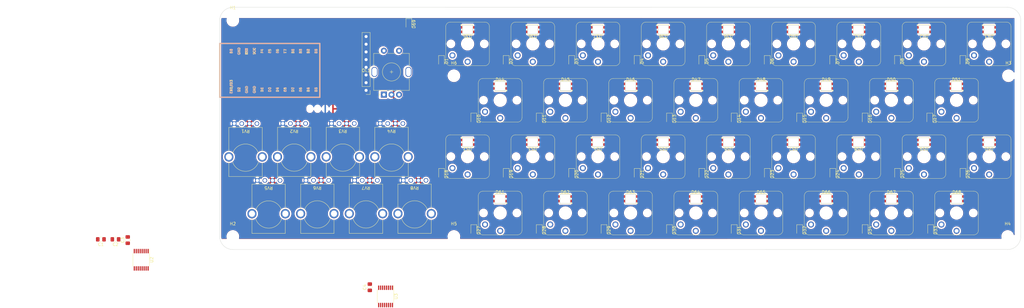
<source format=kicad_pcb>
(kicad_pcb (version 20211014) (generator pcbnew)
  (layers (0 "F.Cu" signal) (31 "B.Cu" signal) (34 "B.Paste" user) (35 "F.Paste" user) (36 "B.SilkS" user "B.Silkscreen") (37 "F.SilkS" user "F.Silkscreen") (38 "B.Mask" user) (39 "F.Mask" user) (44 "Edge.Cuts" user))
  (net 0 "")
  (net 1 "Net-(D1-Pad1)")
  (net 2 "Row 1")
  (net 3 "Net-(D2-Pad1)")
  (net 4 "Net-(D3-Pad1)")
  (net 5 "Net-(D4-Pad1)")
  (net 6 "Net-(D5-Pad1)")
  (net 7 "Net-(D6-Pad1)")
  (net 8 "Net-(D7-Pad1)")
  (net 9 "Net-(D8-Pad1)")
  (net 10 "Net-(D9-Pad1)")
  (net 11 "Row 2")
  (net 12 "Net-(D10-Pad1)")
  (net 13 "Net-(D11-Pad1)")
  (net 14 "Net-(D12-Pad1)")
  (net 15 "Net-(D13-Pad1)")
  (net 16 "Net-(D14-Pad1)")
  (net 17 "Net-(D15-Pad1)")
  (net 18 "Net-(D16-Pad1)")
  (net 19 "Net-(D17-Pad1)")
  (net 20 "Net-(D18-Pad1)")
  (net 21 "Row 3")
  (net 22 "Net-(D19-Pad1)")
  (net 23 "Net-(D20-Pad1)")
  (net 24 "Net-(D21-Pad1)")
  (net 25 "Net-(D22-Pad1)")
  (net 26 "Net-(D23-Pad1)")
  (net 27 "Net-(D24-Pad1)")
  (net 28 "Net-(D25-Pad1)")
  (net 29 "Net-(D26-Pad1)")
  (net 30 "Row 4")
  (net 31 "Net-(D27-Pad1)")
  (net 32 "Net-(D28-Pad1)")
  (net 33 "Net-(D29-Pad1)")
  (net 34 "Net-(D30-Pad1)")
  (net 35 "Net-(D31-Pad1)")
  (net 36 "Net-(D32-Pad1)")
  (net 37 "Net-(D33-Pad1)")
  (net 38 "Net-(D34-Pad1)")
  (net 39 "Col 1")
  (net 40 "Col 2")
  (net 41 "Col 3")
  (net 42 "Col 4")
  (net 43 "Col 5")
  (net 44 "Col 6")
  (net 45 "Col 7")
  (net 46 "Col 8")
  (net 47 "Col 9")
  (net 50 "GND")
  (net 51 "Pot 1B")
  (net 52 "+5V")
  (net 53 "Pot 1A")
  (net 54 "Pot 2B")
  (net 55 "Pot 2A")
  (net 56 "Pot 3B")
  (net 57 "Pot 3A")
  (net 58 "Pot 4B")
  (net 59 "Pot 4A")
  (net 60 "SDA")
  (net 61 "SCL")
  (net 62 "Net-(D35-Pad2)")
  (net 63 "LED")
  (net 64 "Net-(D36-Pad2)")
  (net 65 "Net-(D37-Pad2)")
  (net 66 "Net-(D38-Pad2)")
  (net 67 "Net-(D39-Pad2)")
  (net 68 "Net-(D40-Pad2)")
  (net 69 "Net-(D41-Pad2)")
  (net 70 "Net-(D42-Pad2)")
  (net 71 "Net-(D43-Pad2)")
  (net 72 "Net-(D44-Pad2)")
  (net 73 "Net-(D44-Pad4)")
  (net 74 "Net-(D45-Pad4)")
  (net 75 "Net-(D46-Pad4)")
  (net 76 "Net-(D47-Pad4)")
  (net 77 "Net-(D48-Pad4)")
  (net 78 "Net-(D49-Pad4)")
  (net 79 "Net-(D50-Pad4)")
  (net 80 "Net-(D52-Pad2)")
  (net 81 "Net-(D53-Pad2)")
  (net 82 "Net-(D54-Pad2)")
  (net 83 "Net-(D55-Pad2)")
  (net 84 "Net-(D56-Pad2)")
  (net 85 "Net-(D57-Pad2)")
  (net 86 "Net-(D58-Pad2)")
  (net 87 "Net-(D59-Pad2)")
  (net 88 "Net-(D60-Pad2)")
  (net 90 "Net-(D61-Pad4)")
  (net 91 "Net-(D62-Pad4)")
  (net 92 "Net-(D63-Pad4)")
  (net 93 "Net-(D64-Pad4)")
  (net 94 "Net-(D65-Pad4)")
  (net 95 "Net-(D66-Pad4)")
  (net 96 "Net-(D67-Pad4)")
  (net 97 "Pot 5B")
  (net 98 "Pot 5A")
  (net 99 "Pot 6B")
  (net 100 "Pot 6A")
  (net 101 "Pot 7B")
  (net 102 "Pot 7A")
  (net 103 "Pot 8B")
  (net 104 "Pot 8A")
  (net 105 "Net-(D69-Pad1)")
  (net 106 "Enc B")
  (net 107 "Enc A")
  (footprint "Diode_SMD:D_0805_2012Metric_Pad1.15x1.40mm_HandSolder" (layer "F.Cu") (at 268.732 105.41 -90)
    (fp_text reference "D26")
    (fp_text value "D")
  )
  (footprint "Pale Slim Ghost:Kailh Choc V1" (layer "F.Cu") (at 255.862 99.610772)
    (fp_text reference "SW25" hide)
    (fp_text value "SW_Push")
  )
  (footprint "Diode_SMD:D_0805_2012Metric_Pad1.15x1.40mm_HandSolder" (layer "F.Cu") (at 204.192 68.081 -90)
    (fp_text reference "D6")
    (fp_text value "D")
  )
  (footprint "Pale Slim Ghost:Kailh Choc V1" (layer "F.Cu") (at 223.612 118.23032)
    (fp_text reference "SW32" hide)
    (fp_text value "SW_Push")
  )
  (footprint "Diode_SMD:D_0805_2012Metric_Pad1.15x1.40mm_HandSolder" (layer "F.Cu") (at 86 55.858644 -90)
    (fp_text reference "D69")
    (fp_text value "D")
  )
  (footprint "Pale Slim Ghost:SK6812MINI-E" (layer "F.Cu") (at 191.365 57.658 180)
    (fp_text reference "D39")
    (fp_text value "SK6812MINI")
    (fp_line (start -1.7 -1.5) (end 1.7 -1.5) (layer "Edge.Cuts") (width 0.12))
    (fp_line (start 1.7 -1.5) (end 1.7 1.5) (layer "Edge.Cuts") (width 0.12))
    (fp_line (start -1.7 1.5) (end -1.7 -1.5) (layer "Edge.Cuts") (width 0.12))
    (fp_line (start 1.7 1.5) (end -1.7 1.5) (layer "Edge.Cuts") (width 0.12))
  )
  (footprint "MountingHole:MountingHole_3.2mm_M3" (layer "F.Cu") (at 27.94 54.61)
    (fp_text reference "H1")
    (fp_text value "MountingHole")
  )
  (footprint "Diode_SMD:D_0805_2012Metric_Pad1.15x1.40mm_HandSolder" (layer "F.Cu") (at 225.806 105.41 -90)
    (fp_text reference "D24")
    (fp_text value "D")
  )
  (footprint "Pale Slim Ghost:SK6812MINI-E" (layer "F.Cu") (at 137.644 76.327)
    (fp_text reference "D45")
    (fp_text value "SK6812MINI")
    (fp_line (start 1.7 -1.5) (end 1.7 1.5) (layer "Edge.Cuts") (width 0.12))
    (fp_line (start -1.7 1.5) (end -1.7 -1.5) (layer "Edge.Cuts") (width 0.12))
    (fp_line (start 1.7 1.5) (end -1.7 1.5) (layer "Edge.Cuts") (width 0.12))
    (fp_line (start -1.7 -1.5) (end 1.7 -1.5) (layer "Edge.Cuts") (width 0.12))
  )
  (footprint "Diode_SMD:D_0805_2012Metric_Pad1.15x1.40mm_HandSolder" (layer "F.Cu") (at 150.344 123.952 -90)
    (fp_text reference "D29")
    (fp_text value "D")
  )
  (footprint "Pale Slim Ghost:SK6812MINI-E" (layer "F.Cu") (at 159.107 76.327)
    (fp_text reference "D46")
    (fp_text value "SK6812MINI")
    (fp_line (start 1.7 -1.5) (end 1.7 1.5) (layer "Edge.Cuts") (width 0.12))
    (fp_line (start -1.7 1.5) (end -1.7 -1.5) (layer "Edge.Cuts") (width 0.12))
    (fp_line (start -1.7 -1.5) (end 1.7 -1.5) (layer "Edge.Cuts") (width 0.12))
    (fp_line (start 1.7 1.5) (end -1.7 1.5) (layer "Edge.Cuts") (width 0.12))
  )
  (footprint "Pale Slim Ghost:Kailh Choc V1" (layer "F.Cu") (at 126.862 62.371676)
    (fp_text reference "SW2" hide)
    (fp_text value "SW_Push")
  )
  (footprint "Pale Slim Ghost:Kailh Choc V1" (layer "F.Cu") (at 159.112 118.23032)
    (fp_text reference "SW29" hide)
    (fp_text value "SW_Push")
  )
  (footprint "Package_SO:TSSOP-16_4.4x5mm_P0.65mm" (layer "F.Cu") (at -2.275 133.680852 -90)
    (fp_text reference "U2")
    (fp_text value "ADS7828")
  )
  (footprint "Pale Slim Ghost:SK6812MINI-E" (layer "F.Cu") (at 255.881 94.869 180)
    (fp_text reference "D59")
    (fp_text value "SK6812MINI")
    (fp_line (start -1.7 1.5) (end -1.7 -1.5) (layer "Edge.Cuts") (width 0.12))
    (fp_line (start 1.7 -1.5) (end 1.7 1.5) (layer "Edge.Cuts") (width 0.12))
    (fp_line (start -1.7 -1.5) (end 1.7 -1.5) (layer "Edge.Cuts") (width 0.12))
    (fp_line (start 1.7 1.5) (end -1.7 1.5) (layer "Edge.Cuts") (width 0.12))
  )
  (footprint "MountingHole:MountingHole_3.2mm_M3" (layer "F.Cu") (at 100.838 125.984)
    (fp_text reference "H5")
    (fp_text value "MountingHole")
  )
  (footprint "Diode_SMD:D_0805_2012Metric_Pad1.15x1.40mm_HandSolder" (layer "F.Cu") (at 118.11 105.41 -90)
    (fp_text reference "D19")
    (fp_text value "D")
  )
  (footprint "Pale Slim Ghost:SK6812MINI-E" (layer "F.Cu") (at 105.386 94.869 180)
    (fp_text reference "D52")
    (fp_text value "SK6812MINI")
    (fp_line (start -1.7 -1.5) (end 1.7 -1.5) (layer "Edge.Cuts") (width 0.12))
    (fp_line (start 1.7 -1.5) (end 1.7 1.5) (layer "Edge.Cuts") (width 0.12))
    (fp_line (start -1.7 1.5) (end -1.7 -1.5) (layer "Edge.Cuts") (width 0.12))
    (fp_line (start 1.7 1.5) (end -1.7 1.5) (layer "Edge.Cuts") (width 0.12))
  )
  (footprint "Diode_SMD:D_0805_2012Metric_Pad1.15x1.40mm_HandSolder" (layer "F.Cu") (at 214.86 123.952 -90)
    (fp_text reference "D32")
    (fp_text value "D")
  )
  (footprint "MountingHole:MountingHole_3.2mm_M3" (layer "F.Cu") (at 100.838 72.898)
    (fp_text reference "H6")
    (fp_text value "MountingHole")
  )
  (footprint "Pale Slim Ghost:Kailh Choc V1" (layer "F.Cu") (at 105.362 62.371676)
    (fp_text reference "SW1" hide)
    (fp_text value "SW_Push")
  )
  (footprint "Pale Slim Ghost:Kailh Choc V1" (layer "F.Cu") (at 191.362 99.610772)
    (fp_text reference "SW22" hide)
    (fp_text value "SW_Push")
  )
  (footprint "Pale Slim Ghost:SK6812MINI-E" (layer "F.Cu") (at 180.57 113.538)
    (fp_text reference "D64")
    (fp_text value "SK6812MINI")
    (fp_line (start -1.7 1.5) (end -1.7 -1.5) (layer "Edge.Cuts") (width 0.12))
    (fp_line (start -1.7 -1.5) (end 1.7 -1.5) (layer "Edge.Cuts") (width 0.12))
    (fp_line (start 1.7 1.5) (end -1.7 1.5) (layer "Edge.Cuts") (width 0.12))
    (fp_line (start 1.7 -1.5) (end 1.7 1.5) (layer "Edge.Cuts") (width 0.12))
  )
  (footprint "Pale Slim Ghost:Alpha RV112FF" (layer "F.Cu") (at 71.843 109.449 180)
    (fp_text reference "RV7")
    (fp_text value "R_Potentiometer_Endless")
  )
  (footprint "Pale Slim Ghost:Kailh Choc V1" (layer "F.Cu") (at 234.362 62.371676)
    (fp_text reference "SW7" hide)
    (fp_text value "SW_Push")
  )
  (footprint "Pale Slim Ghost:SK6812MINI-E" (layer "F.Cu") (at 169.902 57.658 180)
    (fp_text reference "D38")
    (fp_text value "SK6812MINI")
    (fp_line (start 1.7 1.5) (end -1.7 1.5) (layer "Edge.Cuts") (width 0.12))
    (fp_line (start 1.7 -1.5) (end 1.7 1.5) (layer "Edge.Cuts") (width 0.12))
    (fp_line (start -1.7 -1.5) (end 1.7 -1.5) (layer "Edge.Cuts") (width 0.12))
    (fp_line (start -1.7 1.5) (end -1.7 -1.5) (layer "Edge.Cuts") (width 0.12))
  )
  (footprint "Pale Slim Ghost:SK6812MINI-E" (layer "F.Cu") (at 234.291 57.658 180)
    (fp_text reference "D41")
    (fp_text value "SK6812MINI")
    (fp_line (start -1.7 1.5) (end -1.7 -1.5) (layer "Edge.Cuts") (width 0.12))
    (fp_line (start 1.7 1.5) (end -1.7 1.5) (layer "Edge.Cuts") (width 0.12))
    (fp_line (start -1.7 -1.5) (end 1.7 -1.5) (layer "Edge.Cuts") (width 0.12))
    (fp_line (start 1.7 -1.5) (end 1.7 1.5) (layer "Edge.Cuts") (width 0.12))
  )
  (footprint "Diode_SMD:D_0805_2012Metric_Pad1.15x1.40mm_HandSolder" (layer "F.Cu") (at 236.45 123.952 -90)
    (fp_text reference "D34")
    (fp_text value "D")
  )
  (footprint "Pale Slim Ghost:SK6812MINI-E" (layer "F.Cu") (at 212.828 94.869 180)
    (fp_text reference "D57")
    (fp_text value "SK6812MINI")
    (fp_line (start -1.7 -1.5) (end 1.7 -1.5) (layer "Edge.Cuts") (width 0.12))
    (fp_line (start 1.7 1.5) (end -1.7 1.5) (layer "Edge.Cuts") (width 0.12))
    (fp_line (start -1.7 1.5) (end -1.7 -1.5) (layer "Edge.Cuts") (width 0.12))
    (fp_line (start 1.7 -1.5) (end 1.7 1.5) (layer "Edge.Cuts") (width 0.12))
  )
  (footprint "Pale Slim Ghost:SK6812MINI-E" (layer "F.Cu") (at 180.697 76.327)
    (fp_text reference "D47")
    (fp_text value "SK6812MINI")
    (fp_line (start 1.7 1.5) (end -1.7 1.5) (layer "Edge.Cuts") (width 0.12))
    (fp_line (start -1.7 -1.5) (end 1.7 -1.5) (layer "Edge.Cuts") (width 0.12))
    (fp_line (start -1.7 1.5) (end -1.7 -1.5) (layer "Edge.Cuts") (width 0.12))
    (fp_line (start 1.7 -1.5) (end 1.7 1.5) (layer "Edge.Cuts") (width 0.12))
  )
  (footprint "Diode_SMD:D_0805_2012Metric_Pad1.15x1.40mm_HandSolder" (layer "F.Cu") (at 258.04 123.952 -90)
    (fp_text reference "D33")
    (fp_text value "D")
  )
  (footprint "Pale Slim Ghost:Alpha RV112FF" (layer "F.Cu") (at 64.223 90.678 180)
    (fp_text reference "RV3")
    (fp_text value "R_Potentiometer_Endless")
  )
  (footprint "Diode_SMD:D_0805_2012Metric_Pad1.15x1.40mm_HandSolder" (layer "F.Cu") (at 161.266 68.081 -90)
    (fp_text reference "D4")
    (fp_text value "D")
  )
  (footprint "Pale Slim Ghost:SK6812MINI-E" (layer "F.Cu") (at 191.365 94.869 180)
    (fp_text reference "D56")
    (fp_text value "SK6812MINI")
    (fp_line (start 1.7 1.5) (end -1.7 1.5) (layer "Edge.Cuts") (width 0.12))
    (fp_line (start 1.7 -1.5) (end 1.7 1.5) (layer "Edge.Cuts") (width 0.12))
    (fp_line (start -1.7 -1.5) (end 1.7 -1.5) (layer "Edge.Cuts") (width 0.12))
    (fp_line (start -1.7 1.5) (end -1.7 -1.5) (layer "Edge.Cuts") (width 0.12))
  )
  (footprint "Pale Slim Ghost:SK6812MINI-E" (layer "F.Cu") (at 277.344 94.869 180)
    (fp_text reference "D60")
    (fp_text value "SK6812MINI")
    (fp_line (start 1.7 -1.5) (end 1.7 1.5) (layer "Edge.Cuts") (width 0.12))
    (fp_line (start -1.7 1.5) (end -1.7 -1.5) (layer "Edge.Cuts") (width 0.12))
    (fp_line (start -1.7 -1.5) (end 1.7 -1.5) (layer "Edge.Cuts") (width 0.12))
    (fp_line (start 1.7 1.5) (end -1.7 1.5) (layer "Edge.Cuts") (width 0.12))
  )
  (footprint "Pale Slim Ghost:Kailh Choc V1" (layer "F.Cu") (at 212.862 99.610772)
    (fp_text reference "SW23" hide)
    (fp_text value "SW_Push")
  )
  (footprint "Pale Slim Ghost:Kailh Choc V1" (layer "F.Cu") (at 169.862 62.371676)
    (fp_text reference "SW4" hide)
    (fp_text value "SW_Push")
  )
  (footprint "Pale Slim Ghost:Kailh Choc V1" (layer "F.Cu") (at 277.362 62.371676)
    (fp_text reference "SW9" hide)
    (fp_text value "SW_Push")
  )
  (footprint "Pale Slim Ghost:SK6812MINI-E" (layer "F.Cu") (at 148.312 94.869 180)
    (fp_text reference "D54")
    (fp_text value "SK6812MINI")
    (fp_line (start 1.7 1.5) (end -1.7 1.5) (layer "Edge.Cuts") (width 0.12))
    (fp_line (start -1.7 -1.5) (end 1.7 -1.5) (layer "Edge.Cuts") (width 0.12))
    (fp_line (start -1.7 1.5) (end -1.7 -1.5) (layer "Edge.Cuts") (width 0.12))
    (fp_line (start 1.7 -1.5) (end 1.7 1.5) (layer "Edge.Cuts") (width 0.12))
  )
  (footprint "Pale Slim Ghost:Kailh Choc V1" (layer "F.Cu") (at 137.612 118.23032)
    (fp_text reference "SW28" hide)
    (fp_text value "SW_Push")
  )
  (footprint "Pale Slim Ghost:SK6812MINI-E" (layer "F.Cu") (at 126.849 94.869 180)
    (fp_text reference "D53")
    (fp_text value "SK6812MINI")
    (fp_line (start -1.7 -1.5) (end 1.7 -1.5) (layer "Edge.Cuts") (width 0.12))
    (fp_line (start -1.7 1.5) (end -1.7 -1.5) (layer "Edge.Cuts") (width 0.12))
    (fp_line (start 1.7 1.5) (end -1.7 1.5) (layer "Edge.Cuts") (width 0.12))
    (fp_line (start 1.7 -1.5) (end 1.7 1.5) (layer "Edge.Cuts") (width 0.12))
  )
  (footprint "Pale Slim Ghost:Alpha RV112FF" (layer "F.Cu") (at 32.133 90.703 180)
    (fp_text reference "RV1")
    (fp_text value "R_Potentiometer_Endless")
  )
  (footprint "Pale Slim Ghost:SK6812MINI-E" (layer "F.Cu") (at 234.291 94.869 180)
    (fp_text reference "D58")
    (fp_text value "SK6812MINI")
    (fp_line (start 1.7 -1.5) (end 1.7 1.5) (layer "Edge.Cuts") (width 0.12))
    (fp_line (start -1.7 -1.5) (end 1.7 -1.5) (layer "Edge.Cuts") (width 0.12))
    (fp_line (start 1.7 1.5) (end -1.7 1.5) (layer "Edge.Cuts") (width 0.12))
    (fp_line (start -1.7 1.5) (end -1.7 -1.5) (layer "Edge.Cuts") (width 0.12))
  )
  (footprint "Diode_SMD:D_0805_2012Metric_Pad1.15x1.40mm_HandSolder" (layer "F.Cu") (at 96.774 105.41 -90)
    (fp_text reference "D18")
    (fp_text value "D")
  )
  (footprint "Diode_SMD:D_0805_2012Metric_Pad1.15x1.40mm_HandSolder" (layer "F.Cu") (at 161.29 105.41 -90)
    (fp_text reference "D21")
    (fp_text value "D")
  )
  (footprint "Diode_SMD:D_0805_2012Metric_Pad1.15x1.40mm_HandSolder" (layer "F.Cu") (at 118.086 68.081 -90)
    (fp_text reference "D2")
    (fp_text value "D")
  )
  (footprint "Pale Slim Ghost:SK6812MINI-E" (layer "F.Cu") (at 277.344 57.658 180)
    (fp_text reference "D43")
    (fp_text value "SK6812MINI")
    (fp_line (start 1.7 1.5) (end -1.7 1.5) (layer "Edge.Cuts") (width 0.12))
    (fp_line (start -1.7 -1.5) (end 1.7 -1.5) (layer "Edge.Cuts") (width 0.12))
    (fp_line (start -1.7 1.5) (end -1.7 -1.5) (layer "Edge.Cuts") (width 0.12))
    (fp_line (start 1.7 -1.5) (end 1.7 1.5) (layer "Edge.Cuts") (width 0.12))
  )
  (footprint "Pale Slim Ghost:Kailh Choc V1" (layer "F.Cu") (at 137.612 80.991224)
    (fp_text reference "SW11" hide)
    (fp_text value "SW_Push")
  )
  (footprint "Keebio-Parts:Elite-C-castellated-24pin" (layer "F.Cu") (at 41.402 71.12)
    (fp_text reference "U1" hide)
    (fp_text value "ProMicro" hide)
  )
  (footprint "Pale Slim Ghost:SK6812MINI-E" (layer "F.Cu") (at 116.054 113.538)
    (fp_text reference "D61")
    (fp_text value "SK6812MINI")
    (fp_line (start 1.7 -1.5) (end 1.7 1.5) (layer "Edge.Cuts") (width 0.12))
    (fp_line (start -1.7 1.5) (end -1.7 -1.5) (layer "Edge.Cuts") (width 0.12))
    (fp_line (start -1.7 -1.5) (end 1.7 -1.5) (layer "Edge.Cuts") (width 0.12))
    (fp_line (start 1.7 1.5) (end -1.7 1.5) (layer "Edge.Cuts") (width 0.12))
  )
  (footprint "Pale Slim Ghost:Alpha RV112FF" (layer "F.Cu") (at 87.888 109.449 180)
    (fp_text reference "RV8")
    (fp_text value "R_Potentiometer_Endless")
  )
  (footprint "Pale Slim Ghost:Kailh Choc V1" (layer "F.Cu") (at 105.362 99.610772)
    (fp_text reference "SW18" hide)
    (fp_text value "SW_Push")
  )
  (footprint "Diode_SMD:D_0805_2012Metric_Pad1.15x1.40mm_HandSolder" (layer "F.Cu") (at 150.344 87.122 -90)
    (fp_text reference "D12")
    (fp_text value "D")
  )
  (footprint "Pale Slim Ghost:Kailh Choc V1" (layer "F.Cu") (at 169.862 99.610772)
    (fp_text reference "SW21" hide)
    (fp_text value "SW_Push")
  )
  (footprint "Pale Slim Ghost:SK6812MINI-E" (layer "F.Cu") (at 202.16 76.327)
    (fp_text reference "D48")
    (fp_text value "SK6812MINI")
    (fp_line (start -1.7 -1.5) (end 1.7 -1.5) (layer "Edge.Cuts") (width 0.12))
    (fp_line (start -1.7 1.5) (end -1.7 -1.5) (layer "Edge.Cuts") (width 0.12))
    (fp_line (start 1.7 1.5) (end -1.7 1.5) (layer "Edge.Cuts") (width 0.12))
    (fp_line (start 1.7 -1.5) (end 1.7 1.5) (layer "Edge.Cuts") (width 0.12))
  )
  (footprint "Diode_SMD:D_0805_2012Metric_Pad1.15x1.40mm_HandSolder" (layer "F.Cu") (at 236.45 87.122 -90)
    (fp_text reference "D16")
    (fp_text value "D")
  )
  (footprint "Package_SO:TSSOP-16_4.4x5mm_P0.65mm" (layer "F.Cu") (at 78.308 145.776512 -90)
    (fp_text reference "U3")
    (fp_text value "ADS7828")
  )
  (footprint "Pale Slim Ghost:Kailh Choc V1" (layer "F.Cu") (at 202.112 80.991224)
    (fp_text reference "SW14" hide)
    (fp_text value "SW_Push")
  )
  (footprint "Pale Slim Ghost:Kailh Choc V1" (layer "F.Cu") (at 266.612 80.991224)
    (fp_text reference "SW17" hide)
    (fp_text value "SW_Push")
  )
  (footprint "Pale Slim Ghost:Kailh Choc V1" (layer "F.Cu") (at 116.112 80.991224)
    (fp_text reference "SW10" hide)
    (fp_text value "SW_Push")
  )
  (footprint "Pale Slim Ghost:SK6812MINI-E" (layer "F.Cu") (at 137.517 113.538)
    (fp_text reference "D62")
    (fp_text value "SK6812MINI")
    (fp_line (start -1.7 -1.5) (end 1.7 -1.5) (layer "Edge.Cuts") (width 0.12))
    (fp_line (start -1.7 1.5) (end -1.7 -1.5) (layer "Edge.Cuts") (width 0.12))
    (fp_line (start 1.7 1.5) (end -1.7 1.5) (layer "Edge.Cuts") (width 0.12))
    (fp_line (start 1.7 -1.5) (end 1.7 1.5) (layer "Edge.Cuts") (width 0.12))
  )
  (footprint "MountingHole:MountingHole_3.2mm_M3" (layer "F.Cu") (at 283.718 72.898)
    (fp_text reference "H3")
    (fp_text value "MountingHole")
  )
  (footprint "Pale Slim Ghost:SK6812MINI-E" (layer "F.Cu") (at 223.623 76.327)
    (fp_text reference "D49")
    (fp_text value "SK6812MINI")
    (fp_line (start -1.7 -1.5) (end 1.7 -1.5) (layer "Edge.Cuts") (width 0.12))
    (fp_line (start -1.7 1.5) (end -1.7 -1.5) (layer "Edge.Cuts") (width 0.12))
    (fp_line (start 1.7 -1.5) (end 1.7 1.5) (layer "Edge.Cuts") (width 0.12))
    (fp_line (start 1.7 1.5) (end -1.7 1.5) (layer "Edge.Cuts") (width 0.12))
  )
  (footprint "Pale Slim Ghost:Kailh Choc V1" (layer "F.Cu") (at 212.862 62.371676)
    (fp_text reference "SW6" hide)
    (fp_text value "SW_Push")
  )
  (footprint "Diode_SMD:D_0805_2012Metric_Pad1.15x1.40mm_HandSolder" (layer "F.Cu") (at 247.118 68.081 -90)
    (fp_text reference "D8")
    (fp_text value "D")
  )
  (footprint "Pale Slim Ghost:Kailh Choc V1" (layer "F.Cu") (at 116.112 118.23032)
    (fp_text reference "SW27" hide)
    (fp_text value "SW_Push")
  )
  (footprint "Pale Slim Ghost:Kailh Choc V1" (layer "F.Cu") (at 255.862 62.371676)
    (fp_text reference "SW8" hide)
    (fp_text value "SW_Push")
  )
  (footprint "Pale Slim Ghost:SK6812MINI-E" (layer "F.Cu") (at 126.849 57.658 180)
    (fp_text reference "D36")
    (fp_text value "SK6812MINI")
    (fp_line (start 1.7 1.5) (end -1.7 1.5) (layer "Edge.Cuts") (width 0.12))
    (fp_line (start -1.7 1.5) (end -1.7 -1.5) (layer "Edge.Cuts") (width 0.12))
    (fp_line (start 1.7 -1.5) (end 1.7 1.5) (layer "Edge.Cuts") (width 0.12))
    (fp_line (start -1.7 -1.5) (end 1.7 -1.5) (layer "Edge.Cuts") (width 0.12))
  )
  (footprint "Diode_SMD:D_0805_2012Metric_Pad1.15x1.40mm_HandSolder" (layer "F.Cu") (at 139.7 105.41 -90)
    (fp_text reference "D20")
    (fp_text value "D")
  )
  (footprint "Diode_SMD:D_0805_2012Metric_Pad1.15x1.40mm_HandSolder" (layer "F.Cu") (at 257.786 87.122 -90)
    (fp_text reference "D17")
    (fp_text value "D")
  )
  (footprint "Pale Slim Ghost:Kailh Choc V1" (layer "F.Cu") (at 223.612 80.991224)
    (fp_text reference "SW15" hide)
    (fp_text value "SW_Push")
  )
  (footprint "Pale Slim Ghost:Kailh Choc V1" (layer "F.Cu") (at 148.362 62.371676)
    (fp_text reference "SW3" hide)
    (fp_text value "SW_Push")
  )
  (footprint "Diode_SMD:D_0805_2012Metric_Pad1.15x1.40mm_HandSolder" (layer "F.Cu") (at 193.294 87.122 -90)
    (fp_text reference "D14")
    (fp_text value "D")
  )
  (footprint "Pale Slim Ghost:Kailh Choc V1" (layer "F.Cu") (at 202.112 118.23032)
    (fp_text reference "SW31" hide)
    (fp_text value "SW_Push")
  )
  (footprint "Pale Slim Ghost:SK6812MINI-E" (layer "F.Cu") (at 105.386 57.658 180)
    (fp_text reference "D35")
    (fp_text value "SK6812MINI")
    (fp_line (start 1.7 -1.5) (end 1.7 1.5) (layer "Edge.Cuts") (width 0.12))
    (fp_line (start 1.7 1.5) (end -1.7 1.5) (layer "Edge.Cuts") (width 0.12))
    (fp_line (start -1.7 1.5) (end -1.7 -1.5) (layer "Edge.Cuts") (width 0.12))
    (fp_line (start -1.7 -1.5) (end 1.7 -1.5) (layer "Edge.Cuts") (width 0.12))
  )
  (footprint "Diode_SMD:D_0805_2012Metric_Pad1.15x1.40mm_HandSolder" (layer "F.Cu") (at 107.418 123.952 -90)
    (fp_text reference "D27")
    (fp_text value "D")
  )
  (footprint "Diode_SMD:D_0805_2012Metric_Pad1.15x1.40mm_HandSolder" (layer "F.Cu") (at 129.008 123.952 -90)
    (fp_text reference "D28")
    (fp_text value "D")
  )
  (footprint "Pale Slim Ghost:SK6812MINI-E" (layer "F.Cu") (at 169.902 94.869 180)
    (fp_text reference "D55")
    (fp_text value "SK6812MINI")
    (fp_line (start -1.7 1.5) (end -1.7 -1.5) (layer "Edge.Cuts") (width 0.12))
    (fp_line (start 1.7 -1.5) (end 1.7 1.5) (layer "Edge.Cuts") (width 0.12))
    (fp_line (start -1.7 -1.5) (end 1.7 -1.5) (layer "Edge.Cuts") (width 0.12))
    (fp_line (start 1.7 1.5) (end -1.7 1.5) (layer "Edge.Cuts") (width 0.12))
  )
  (footprint "Diode_SMD:D_0805_2012Metric_Pad1.15x1.40mm_HandSolder" (layer "F.Cu") (at 96.75 68.081 -90)
    (fp_text reference "D1")
    (fp_text value "D")
  )
  (footprint "Pale Slim Ghost:SK6812MINI-E" (layer "F.Cu") (at 202.16 113.538)
    (fp_text reference "D65")
    (fp_text value "SK6812MINI")
    (fp_line (start -1.7 -1.5) (end 1.7 -1.5) (layer "Edge.Cuts") (width 0.12))
    (fp_line (start 1.7 -1.5) (end 1.7 1.5) (layer "Edge.Cuts") (width 0.12))
    (fp_line (start -1.7 1.5) (end -1.7 -1.5) (layer "Edge.Cuts") (width 0.12))
    (fp_line (start 1.7 1.5) (end -1.7 1.5) (layer "Edge.Cuts") (width 0.12))
  )
  (footprint "Capacitor_SMD:C_0805_2012Metric_Pad1.18x1.45mm_HandSolder" (layer "F.Cu") (at -10.7625 126.929192 180)
    (fp_text reference "C2")
    (fp_text value "C")
  )
  (footprint "Keebio-Parts:RotaryEncoder_EC11" (layer "F.Cu") (at 80.264 71.628 90)
    (fp_text reference "SW35")
    (fp_text value "RotaryEncoder_Switch")
  )
  (footprint "Pale Slim Ghost:Kailh Choc V1" (layer "F.Cu") (at 180.612 118.23032)
    (fp_text reference "SW30" hide)
    (fp_text value "SW_Push")
  )
  (footprint "Pale Slim Ghost:Alpha RV112FF" (layer "F.Cu") (at 48.178 90.678 180)
    (fp_text reference "RV2")
    (fp_text value "R_Potentiometer_Endless")
  )
  (footprint "Pale Slim Ghost:SK6812MINI-E" (layer "F.Cu") (at 159.107 113.538)
    (fp_text reference "D63")
    (fp_text value "SK6812MINI")
    (fp_line (start 1.7 1.5) (end -1.7 1.5) (layer "Edge.Cuts") (width 0.12))
    (fp_line (start 1.7 -1.5) (end 1.7 1.5) (layer "Edge.Cuts") (width 0.12))
    (fp_line (start -1.7 1.5) (end -1.7 -1.5) (layer "Edge.Cuts") (width 0.12))
    (fp_line (start -1.7 -1.5) (end 1.7 -1.5) (layer "Edge.Cuts") (width 0.12))
  )
  (footprint "Pale Slim Ghost:SK6812MINI-E" (layer "F.Cu") (at 223.623 113.538)
    (fp_text reference "D66")
    (fp_text value "SK6812MINI")
    (fp_line (start -1.7 -1.5) (end 1.7 -1.5) (layer "Edge.Cuts") (width 0.12))
    (fp_line (start -1.7 1.5) (end -1.7 -1.5) (layer "Edge.Cuts") (width 0.12))
    (fp_line (start 1.7 1.5) (end -1.7 1.5) (layer "Edge.Cuts") (width 0.12))
    (fp_line (start 1.7 -1.5) (end 1.7 1.5) (layer "Edge.Cuts") (width 0.12))
  )
  (footprint "MountingHole:MountingHole_3.2mm_M3" (layer "F.Cu") (at 283.464 125.984)
    (fp_text reference "H4")
    (fp_text value "MountingHole")
  )
  (footprint "Capacitor_SMD:C_0805_2012Metric_Pad1.18x1.45mm_HandSolder" (layer "F.Cu") (at -15.5725 126.929192 180)
    (fp_text reference "C1")
    (fp_text value "C")
  )
  (footprint "Pale Slim Ghost:Kailh Choc V1" (layer "F.Cu") (at 126.862 99.610772)
    (fp_text reference "SW19" hide)
    (fp_text value "SW_Push")
  )
  (footprint "Pale Slim Ghost:Alpha RV112FF" (layer "F.Cu") (at 55.798 109.449 180)
    (fp_text reference "RV6")
    (fp_text value "R_Potentiometer_Endless")
  )
  (footprint "Capacitor_SMD:C_0805_2012Metric_Pad1.18x1.45mm_HandSolder" (layer "F.Cu") (at 73.112 142.749868 90)
    (fp_text reference "C4")
    (fp_text value "C")
  )
  (footprint "Capacitor_SMD:C_0805_2012Metric_Pad1.18x1.45mm_HandSolder" (layer "F.Cu") (at -6.72 127.183192 90)
    (fp_text reference "C3")
    (fp_text value "C")
  )
  (footprint "Diode_SMD:D_0805_2012Metric_Pad1.15x1.40mm_HandSolder" (layer "F.Cu") (at 182.626 105.41 -90)
    (fp_text reference "D22")
    (fp_text value "D")
  )
  (footprint "Diode_SMD:D_0805_2012Metric_Pad1.15x1.40mm_HandSolder" (layer "F.Cu") (at 268.708 68.081 -90)
    (fp_text reference "D9")
    (fp_text value "D")
  )
  (footprint "Pale Slim Ghost:SK6812MINI-E" (layer "F.Cu") (at 212.828 57.658 180)
    (fp_text reference "D40")
    (fp_text value "SK6812MINI")
    (fp_line (start -1.7 -1.5) (end 1.7 -1.5) (layer "Edge.Cuts") (width 0.12))
    (fp_line (start 1.7 -1.5) (end 1.7 1.5) (layer "Edge.Cuts") (width 0.12))
    (fp_line (start -1.7 1.5) (end -1.7 -1.5) (layer "Edge.Cuts") (width 0.12))
    (fp_line (start 1.7 1.5) (end -1.7 1.5) (layer "Edge.Cuts") (width 0.12))
  )
  (footprint "Pale Slim Ghost:WaveShare OLED 1.5 inch" (layer "F.Cu") (at 71.882 68.834 180)
    (fp_text reference "OL1")
    (fp_text value "WaveShare_OLED")
  )
  (footprint "Diode_SMD:D_0805_2012Metric_Pad1.15x1.40mm_HandSolder" (layer "F.Cu") (at 214.86 87.122 -90)
    (fp_text reference "D15")
    (fp_text value "D")
  )
  (footprint "Pale Slim Ghost:Kailh Choc V1" (layer "F.Cu") (at 245.112 118.23032)
    (fp_text reference "SW33" hide)
    (fp_text value "SW_Push")
  )
  (footprint "Pale Slim Ghost:Kailh Choc V1" (layer "F.Cu") (at 159.112 80.991224)
    (fp_text reference "SW12" hide)
    (fp_text value "SW_Push")
  )
  (footprint "Pale Slim Ghost:Kailh Choc V1" (layer "F.Cu") (at 277.362 99.610772)
    (fp_text reference "SW26" hide)
    (fp_text value "SW_Push")
  )
  (footprint "Pale Slim Ghost:Kailh Choc V1" (layer "F.Cu") (at 148.362 99.610772)
    (fp_text reference "SW20" hide)
    (fp_text value "SW_Push")
  )
  (footprint "Diode_SMD:D_0805_2012Metric_Pad1.15x1.40mm_HandSolder" (layer "F.Cu") (at 129.008 87.122 -90)
    (fp_text reference "D11")
    (fp_text value "D")
  )
  (footprint "Pale Slim Ghost:Kailh Choc V1" (layer "F.Cu") (at 234.362 99.610772)
    (fp_text reference "SW24" hide)
    (fp_text value "SW_Push")
  )
  (footprint "Pale Slim Ghost:SK6812MINI-E" (layer "F.Cu") (at 266.676 113.538)
    (fp_text reference "D68")
    (fp_text value "SK6812MINI")
    (fp_line (start -1.7 -1.5) (end 1.7 -1.5) (layer "Edge.Cuts") (width 0.12))
    (fp_line (start 1.7 -1.5) (end 1.7 1.5) (layer "Edge.Cuts") (width 0.12))
    (fp_line (start -1.7 1.5) (end -1.7 -1.5) (layer "Edge.Cuts") (width 0.12))
    (fp_line (start 1.7 1.5) (end -1.7 1.5) (layer "Edge.Cuts") (width 0.12))
  )
  (footprint "Pale Slim Ghost:SK6812MINI-E" (layer "F.Cu") (at 245.086 76.327)
    (fp_text reference "D50")
    (fp_text value "SK6812MINI")
    (fp_line (start -1.7 1.5) (end -1.7 -1.5) (layer "Edge.Cuts") (width 0.12))
    (fp_line (start -1.7 -1.5) (end 1.7 -1.5) (layer "Edge.Cuts") (width 0.12))
    (fp_line (start 1.7 1.5) (end -1.7 1.5) (layer "Edge.Cuts") (width 0.12))
    (fp_line (start 1.7 -1.5) (end 1.7 1.5) (layer "Edge.Cuts") (width 0.12))
  )
  (footprint "Pale Slim Ghost:SK6812MINI-E" (layer "F.Cu") (at 266.549 76.327)
    (fp_text reference "D51")
    (fp_text value "SK6812MINI")
    (fp_line (start -1.7 1.5) (end -1.7 -1.5) (layer "Edge.Cuts") (width 0.12))
    (fp_line (start 1.7 -1.5) (end 1.7 1.5) (layer "Edge.Cuts") (width 0.12))
    (fp_line (start 1.7 1.5) (end -1.7 1.5) (layer "Edge.Cuts") (width 0.12))
    (fp_line (start -1.7 -1.5) (end 1.7 -1.5) (layer "Edge.Cuts") (width 0.12))
  )
  (footprint "MountingHole:MountingHole_3.2mm_M3" (layer "F.Cu") (at 27.94 125.984)
    (fp_text reference "H2")
    (fp_text value "MountingHole")
  )
  (footprint "Pale Slim Ghost:SK6812MINI-E" (layer "F.Cu") (at 116.054 76.327)
    (fp_text reference "D44")
    (fp_text value "SK6812MINI")
    (fp_line (start 1.7 -1.5) (end 1.7 1.5) (layer "Edge.Cuts") (width 0.12))
    (fp_line (start -1.7 1.5) (end -1.7 -1.5) (layer "Edge.Cuts") (width 0.12))
    (fp_line (start 1.7 1.5) (end -1.7 1.5) (layer "Edge.Cuts") (width 0.12))
    (fp_line (start -1.7 -1.5) (end 1.7 -1.5) (layer "Edge.Cuts") (width 0.12))
  )
  (footprint "Diode_SMD:D_0805_2012Metric_Pad1.15x1.40mm_HandSolder" (layer "F.Cu") (at 107.418 87.122 -90)
    (fp_text reference "D10")
    (fp_text value "D")
  )
  (footprint "Diode_SMD:D_0805_2012Metric_Pad1.15x1.40mm_HandSolder" (layer "F.Cu") (at 247.142 105.41 -90)
    (fp_text reference "D25")
    (fp_text value "D")
  )
  (footprint "Diode_SMD:D_0805_2012Metric_Pad1.15x1.40mm_HandSolder" (layer "F.Cu") (at 139.676 68.081 -90)
    (fp_text reference "D3")
    (fp_text value "D")
  )
  (footprint "Diode_SMD:D_0805_2012Metric_Pad1.15x1.40mm_HandSolder" (layer "F.Cu") (at 193.27 123.952 -90)
    (fp_text reference "D31")
    (fp_text value "D")
  )
  (footprint "Pale Slim Ghost:SK6812MINI-E" (layer "F.Cu") (at 255.881 57.658 180)
    (fp_text reference "D42")
    (fp_text value "SK6812MINI")
    (fp_line (start -1.7 -1.5) (end 1.7 -1.5) (layer "Edge.Cuts") (width 0.12))
    (fp_line (start 1.7 1.5) (end -1.7 1.5) (layer "Edge.Cuts") (width 0.12))
    (fp_line (start 1.7 -1.5) (end 1.7 1.5) (layer "Edge.Cuts") (width 0.12))
    (fp_line (start -1.7 1.5) (end -1.7 -1.5) (layer "Edge.Cuts") (width 0.12))
  )
  (footprint "Diode_SMD:D_0805_2012Metric_Pad1.15x1.40mm_HandSolder" (layer "F.Cu") (at 182.602 68.081 -90)
    (fp_text reference "D5")
    (fp_text value "D")
  )
  (footprint "Pale Slim Ghost:Kailh Choc V1" (layer "F.Cu") (at 245.112 80.991224)
    (fp_text reference "SW16" hide)
    (fp_text value "SW_Push")
  )
  (footprint "Diode_SMD:D_0805_2012Metric_Pad1.15x1.40mm_HandSolder" (layer "F.Cu") (at 171.934 123.952 -90)
    (fp_text reference "D30")
    (fp_text value "D")
  )
  (footprint "Diode_SMD:D_0805_2012Metric_Pad1.15x1.40mm_HandSolder" (layer "F.Cu") (at 204.216 105.41 -90)
    (fp_text reference "D23")
    (fp_text value "D")
  )
  (footprint "Pale Slim Ghost:SK6812MINI-E" (layer "F.Cu") (at 245.086 113.538)
    (fp_text reference "D67")
    (fp_text value "SK6812MINI")
    (fp_line (start -1.7 1.5) (end -1.7 -1.5) (layer "Edge.Cuts") (width 0.12))
    (fp_line (start 1.7 -1.5) (end 1.7 1.5) (layer "Edge.Cuts") (width 0.12))
    (fp_line (start 1.7 1.5) (end -1.7 1.5) (layer "Edge.Cuts") (width 0.12))
    (fp_line (start -1.7 -1.5) (end 1.7 -1.5) (layer "Edge.Cuts") (width 0.12))
  )
  (footprint "Diode_SMD:D_0805_2012Metric_Pad1.15x1.40mm_HandSolder" (layer "F.Cu") (at 225.782 68.081 -90)
    (fp_text reference "D7")
    (fp_text value "D")
  )
  (footprint "Pale Slim Ghost:Kailh Choc V1" (layer "F.Cu") (at 180.612 80.991224)
    (fp_text reference "SW13" hide)
    (fp_text value "SW_Push")
  )
  (footprint "Pale Slim Ghost:Kailh Choc V1" (layer "F.Cu") (at 191.362 62.371676)
    (fp_text reference "SW5" hide)
    (fp_text value "SW_Push")
  )
  (footprint "Pale Slim Ghost:Kailh Choc V1" (layer "F.Cu") (at 266.612 118.23032)
    (fp_text reference "SW34" hide)
    (fp_text value "SW_Push")
  )
  (footprint "Pale Slim Ghost:Alpha RV112FF" (layer "F.Cu") (at 80.268 90.678 180)
    (fp_text reference "RV4")
    (fp_text value "R_Potentiometer_Endless")
  )
  (footprint "Pale Slim Ghost:SK6812MINI-E" (layer "F.Cu") (at 148.312 57.658 180)
    (fp_text reference "D37")
    (fp_text value "SK6812MINI")
    (fp_line (start 1.7 -1.5) (end 1.7 1.5) (layer "Edge.Cuts") (width 0.12))
    (fp_line (start 1.7 1.5) (end -1.7 1.5) (layer "Edge.Cuts") (width 0.12))
    (fp_line (start -1.7 -1.5) (end 1.7 -1.5) (layer "Edge.Cuts") (width 0.12))
    (fp_line (start -1.7 1.5) (end -1.7 -1.5) (layer "Edge.Cuts") (width 0.12))
  )
  (footprint "Pale Slim Ghost:Alpha RV112FF" (layer "F.Cu") (at 39.753 109.474 180)
    (fp_text reference "RV5")
    (fp_text value "R_Potentiometer_Endless")
  )
  (footprint "Diode_SMD:D_0805_2012Metric_Pad1.15x1.40mm_HandSolder" (layer "F.Cu") (at 171.934 87.122 -90)
    (fp_text reference "D13")
    (fp_text value "D")
  )
  (gr_arc (start 27.94 130.296713) (mid 24.886713 129.032) (end 23.622 125.978713) (layer "Edge.Cuts") (width 0.1))
  (gr_line (start 283.458713 130.296713) (end 27.942644 130.304644) (layer "Edge.Cuts") (width 0.1))
  (gr_line (start 27.94 50.292) (end 283.458713 50.297287) (layer "Edge.Cuts") (width 0.1))
  (gr_line (start 287.782 54.61) (end 287.787287 125.973426) (layer "Edge.Cuts") (width 0.1))
  (gr_arc (start 283.458713 50.297287) (mid 286.512 51.562) (end 287.776713 54.615287) (layer "Edge.Cuts") (width 0.1))
  (gr_line (start 23.622 125.978713) (end 23.622 54.615287) (layer "Edge.Cuts") (width 0.1))
  (gr_arc (start 23.622 54.615287) (mid 24.886713 51.562) (end 27.94 50.297287) (layer "Edge.Cuts") (width 0.1))
  (gr_arc (start 287.776713 125.978713) (mid 286.512 129.032) (end 283.458713 130.296713) (layer "Edge.Cuts") (width 0.1))
  (zone (net 50) (net_name "GND") (layer "F.Cu") (connect_pads (clearance 0.508)) (min_thickness 0.254) (fill yes (thermal_gap 0.508) (thermal_bridge_width 0.508))
    (polygon (pts (xy 285.749954 126.747105) (xy 23.595773 126.793826) (xy 23.622 53.848) (xy 285.714718 53.849105)))
  )
  (zone (net 52) (net_name "+5V") (layer "B.Cu") (connect_pads (clearance 0.508)) (min_thickness 0.254) (fill yes (thermal_gap 0.508) (thermal_bridge_width 0.508))
    (polygon (pts (xy 285.75 126.747107) (xy 23.62319 126.746) (xy 23.622 53.848) (xy 285.714733 53.893682)))
  )
)
</source>
